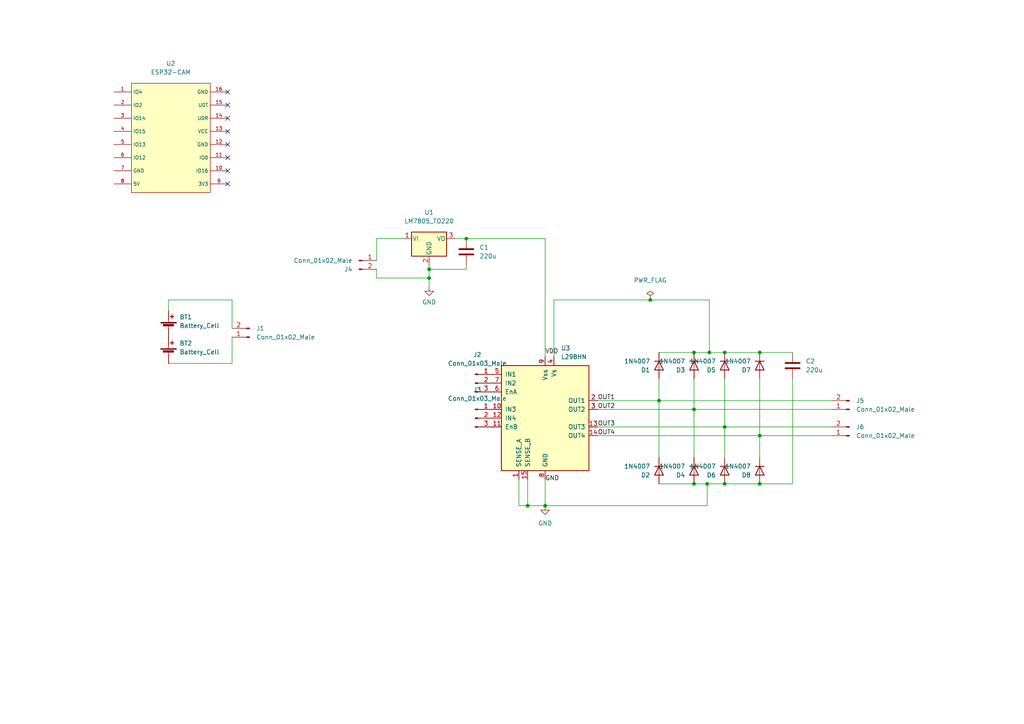
<source format=kicad_sch>
(kicad_sch (version 20211123) (generator eeschema)
  (paper "A4")
  (lib_symbols
    (symbol "Connector:Conn_01x02_Male" (pin_names (offset 1.016) hide)
      (property "Reference" "J" (at 0 2.54 0))
      (property "Value" "Conn_01x02_Male" (at 0 -5.08 0))
      (symbol "Conn_01x02_Male_1_1"
        (polyline (pts (xy 1.27 -2.54) (xy 0.8636 -2.54)) (stroke (width 0.1524)))
        (polyline (pts (xy 1.27 0) (xy 0.8636 0)) (stroke (width 0.1524)))
        (rectangle (start 0.8636 -2.413) (end 0 -2.667) (stroke (width 0.1524)) (fill (type outline)))
        (rectangle (start 0.8636 0.127) (end 0 -0.127) (stroke (width 0.1524)) (fill (type outline)))
        (pin passive line (at 5.08 0 180) (length 3.81) (name "Pin_1") (number "1"))
        (pin passive line (at 5.08 -2.54 180) (length 3.81) (name "Pin_2") (number "2"))
      )
    )
    (symbol "Connector:Conn_01x03_Male" (pin_names (offset 1.016) hide)
      (property "Reference" "J" (at 0 5.08 0))
      (property "Value" "Conn_01x03_Male" (at 0 -5.08 0))
      (symbol "Conn_01x03_Male_1_1"
        (polyline (pts (xy 1.27 -2.54) (xy 0.8636 -2.54)) (stroke (width 0.1524)))
        (polyline (pts (xy 1.27 0) (xy 0.8636 0)) (stroke (width 0.1524)))
        (polyline (pts (xy 1.27 2.54) (xy 0.8636 2.54)) (stroke (width 0.1524)))
        (rectangle (start 0.8636 -2.413) (end 0 -2.667) (stroke (width 0.1524)) (fill (type outline)))
        (rectangle (start 0.8636 0.127) (end 0 -0.127) (stroke (width 0.1524)) (fill (type outline)))
        (rectangle (start 0.8636 2.667) (end 0 2.413) (stroke (width 0.1524)) (fill (type outline)))
        (pin passive line (at 5.08 2.54 180) (length 3.81) (name "Pin_1") (number "1"))
        (pin passive line (at 5.08 0 180) (length 3.81) (name "Pin_2") (number "2"))
        (pin passive line (at 5.08 -2.54 180) (length 3.81) (name "Pin_3") (number "3"))
      )
    )
    (symbol "Device:Battery_Cell" (pin_numbers hide) (pin_names (offset 0) hide)
      (property "Reference" "BT" (at 2.54 2.54 0))
      (property "Value" "Battery_Cell" (at 2.54 0 0))
      (symbol "Battery_Cell_0_1"
        (rectangle (start -2.286 1.778) (end 2.286 1.524) (fill (type outline)))
        (rectangle (start -1.5748 1.1938) (end 1.4732 0.6858) (fill (type outline)))
        (polyline (pts (xy 0 0.762) (xy 0 0)))
        (polyline (pts (xy 0 1.778) (xy 0 2.54)))
        (polyline (pts (xy 0.508 3.429) (xy 1.524 3.429)) (stroke (width 0.254)))
        (polyline (pts (xy 1.016 3.937) (xy 1.016 2.921)) (stroke (width 0.254)))
      )
      (symbol "Battery_Cell_1_1"
        (pin passive line (at 0 5.08 270) (length 2.54) (name "+") (number "1"))
        (pin passive line (at 0 -2.54 90) (length 2.54) (name "-") (number "2"))
      )
    )
    (symbol "Device:C" (pin_numbers hide) (pin_names (offset 0.254))
      (property "Reference" "C" (at 0.635 2.54 0))
      (property "Value" "C" (at 0.635 -2.54 0))
      (symbol "C_0_1"
        (polyline (pts (xy -2.032 -0.762) (xy 2.032 -0.762)) (stroke (width 0.508)))
        (polyline (pts (xy -2.032 0.762) (xy 2.032 0.762)) (stroke (width 0.508)))
      )
      (symbol "C_1_1"
        (pin passive line (at 0 3.81 270) (length 2.794) (name "~") (number "1"))
        (pin passive line (at 0 -3.81 90) (length 2.794) (name "~") (number "2"))
      )
    )
    (symbol "Diode:1N4007" (pin_numbers hide) (pin_names (offset 1.016) hide)
      (property "Reference" "D" (at 0 2.54 0))
      (property "Value" "1N4007" (at 0 -2.54 0))
      (symbol "1N4007_0_1"
        (polyline (pts (xy -1.27 1.27) (xy -1.27 -1.27)) (stroke (width 0.254)))
        (polyline (pts (xy 1.27 0) (xy -1.27 0)))
        (polyline (pts (xy 1.27 1.27) (xy 1.27 -1.27) (xy -1.27 0) (xy 1.27 1.27)) (stroke (width 0.254)))
      )
      (symbol "1N4007_1_1"
        (pin passive line (at -3.81 0 0) (length 2.54) (name "K") (number "1"))
        (pin passive line (at 3.81 0 180) (length 2.54) (name "A") (number "2"))
      )
    )
    (symbol "Driver_Motor:L298HN" (pin_names (offset 1.016))
      (property "Reference" "U" (at -10.16 16.51 0))
      (property "Value" "L298HN" (at 12.7 16.51 0))
      (symbol "L298HN_0_1"
        (rectangle (start -12.7 15.24) (end 12.7 -15.24) (stroke (width 0.254)) (fill (type background)))
      )
      (symbol "L298HN_1_1"
        (pin power_in line (at -7.62 -17.78 90) (length 2.54) (name "SENSE_A") (number "1"))
        (pin input line (at -15.24 2.54 0) (length 2.54) (name "IN3") (number "10"))
        (pin input line (at -15.24 -2.54 0) (length 2.54) (name "EnB") (number "11"))
        (pin input line (at -15.24 0 0) (length 2.54) (name "IN4") (number "12"))
        (pin output line (at 15.24 -2.54 180) (length 2.54) (name "OUT3") (number "13"))
        (pin output line (at 15.24 -5.08 180) (length 2.54) (name "OUT4") (number "14"))
        (pin power_in line (at -5.08 -17.78 90) (length 2.54) (name "SENSE_B") (number "15"))
        (pin output line (at 15.24 5.08 180) (length 2.54) (name "OUT1") (number "2"))
        (pin output line (at 15.24 2.54 180) (length 2.54) (name "OUT2") (number "3"))
        (pin power_in line (at 2.54 17.78 270) (length 2.54) (name "Vs") (number "4"))
        (pin input line (at -15.24 12.7 0) (length 2.54) (name "IN1") (number "5"))
        (pin input line (at -15.24 7.62 0) (length 2.54) (name "EnA") (number "6"))
        (pin input line (at -15.24 10.16 0) (length 2.54) (name "IN2") (number "7"))
        (pin power_in line (at 0 -17.78 90) (length 2.54) (name "GND") (number "8"))
        (pin power_in line (at 0 17.78 270) (length 2.54) (name "Vss") (number "9"))
      )
    )
    (symbol "ESP:ESP32-CAM"
      (property "Reference" "U" (at 0 -1.27 0))
      (property "Value" "ESP32-CAM" (at 0 1.27 0))
      (symbol "ESP32-CAM_0_0"
        (pin bidirectional line (at -16.51 12.7 0) (length 5.08) (name "IO4") (number "1"))
        (pin bidirectional line (at 16.51 -10.16 180) (length 5.08) (name "IO16") (number "10"))
        (pin bidirectional line (at 16.51 -6.35 180) (length 5.08) (name "IO0") (number "11"))
        (pin power_in line (at 16.51 -2.54 180) (length 5.08) (name "GND") (number "12"))
        (pin power_out line (at 16.51 1.27 180) (length 5.08) (name "VCC") (number "13"))
        (pin bidirectional line (at 16.51 5.08 180) (length 5.08) (name "U0R") (number "14"))
        (pin bidirectional line (at 16.51 8.89 180) (length 5.08) (name "U0T") (number "15"))
        (pin power_in line (at 16.51 12.7 180) (length 5.08) (name "GND") (number "16"))
        (pin bidirectional line (at -16.51 8.89 0) (length 5.08) (name "IO2") (number "2"))
        (pin bidirectional line (at -16.51 5.08 0) (length 5.08) (name "IO14") (number "3"))
        (pin bidirectional line (at -16.51 1.27 0) (length 5.08) (name "IO15") (number "4"))
        (pin bidirectional line (at -16.51 -2.54 0) (length 5.08) (name "IO13") (number "5"))
        (pin bidirectional line (at -16.51 -6.35 0) (length 5.08) (name "IO12") (number "6"))
        (pin power_in line (at -16.51 -10.16 0) (length 5.08) (name "GND") (number "7"))
        (pin power_in line (at -16.51 -13.97 0) (length 5.08) (name "5V") (number "8"))
        (pin power_in line (at 16.51 -13.97 180) (length 5.08) (name "3V3") (number "9"))
      )
      (symbol "ESP32-CAM_0_1"
        (rectangle (start -11.43 15.24) (end 11.43 -16.51) (fill (type background)))
      )
    )
    (symbol "Regulator_Linear:LM7805_TO220" (pin_names (offset 0.254))
      (property "Reference" "U" (at -3.81 3.175 0))
      (property "Value" "LM7805_TO220" (at 0 3.175 0))
      (symbol "LM7805_TO220_0_1"
        (rectangle (start -5.08 1.905) (end 5.08 -5.08) (stroke (width 0.254)) (fill (type background)))
      )
      (symbol "LM7805_TO220_1_1"
        (pin power_in line (at -7.62 0 0) (length 2.54) (name "VI") (number "1"))
        (pin power_in line (at 0 -7.62 90) (length 2.54) (name "GND") (number "2"))
        (pin power_out line (at 7.62 0 180) (length 2.54) (name "VO") (number "3"))
      )
    )
    (symbol "power:GND" (power) (pin_names (offset 0))
      (property "Value" "GND" (at 0 -3.81 0))
      (symbol "GND_0_1"
        (polyline (pts (xy 0 0) (xy 0 -1.27) (xy 1.27 -1.27) (xy 0 -2.54) (xy -1.27 -1.27) (xy 0 -1.27)))
      )
      (symbol "GND_1_1"
        (pin power_in line (at 0 0 270) (length 0) hide (name "GND") (number "1"))
      )
    )
    (symbol "power:PWR_FLAG" (power) (pin_numbers hide) (pin_names (offset 0) hide)
      (property "Value" "PWR_FLAG" (at 0 3.81 0))
      (symbol "PWR_FLAG_0_0"
        (pin power_out line (at 0 0 90) (length 0) (name "pwr") (number "1"))
      )
      (symbol "PWR_FLAG_0_1"
        (polyline (pts (xy 0 0) (xy 0 1.27) (xy -1.016 1.905) (xy 0 2.54) (xy 1.016 1.905) (xy 0 1.27)))
      )
    )
  )
  (junction (at 220.345 126.365))
  (junction (at 210.185 140.335))
  (junction (at 220.345 102.235))
  (junction (at 201.295 140.335))
  (junction (at 158.115 146.685))
  (junction (at 153.035 146.685))
  (junction (at 205.105 140.335))
  (junction (at 220.345 140.335))
  (junction (at 124.46 80.645))
  (junction (at 188.595 86.995))
  (junction (at 210.185 102.235))
  (junction (at 205.74 102.235))
  (junction (at 191.135 116.205))
  (junction (at 201.295 118.745))
  (junction (at 201.295 102.235))
  (junction (at 210.185 123.825))
  (junction (at 124.46 78.105))
  (junction (at 135.255 69.215))
  (no_connect (at 66.04 30.48))
  (no_connect (at 66.04 26.67))
  (no_connect (at 66.04 38.1))
  (no_connect (at 66.04 34.29))
  (no_connect (at 66.04 41.91))
  (no_connect (at 66.04 45.72))
  (no_connect (at 66.04 53.34))
  (no_connect (at 66.04 49.53))
  (wire (pts (xy 67.31 97.79) (xy 67.31 105.41)))
  (wire (pts (xy 220.345 109.855) (xy 220.345 126.365)))
  (wire (pts (xy 210.185 123.825) (xy 241.3 123.825)))
  (wire (pts (xy 150.495 139.065) (xy 150.495 146.685)))
  (wire (pts (xy 201.295 102.235) (xy 205.74 102.235)))
  (wire (pts (xy 153.035 146.685) (xy 158.115 146.685)))
  (wire (pts (xy 191.135 116.205) (xy 191.135 132.715)))
  (wire (pts (xy 48.895 86.995) (xy 67.31 86.995)))
  (wire (pts (xy 67.31 86.995) (xy 67.31 95.25)))
  (wire (pts (xy 210.185 102.235) (xy 220.345 102.235)))
  (wire (pts (xy 210.185 123.825) (xy 210.185 132.715)))
  (wire (pts (xy 160.655 86.995) (xy 188.595 86.995)))
  (wire (pts (xy 132.08 69.215) (xy 135.255 69.215)))
  (wire (pts (xy 124.46 78.105) (xy 124.46 80.645)))
  (wire (pts (xy 173.355 118.745) (xy 201.295 118.745)))
  (wire (pts (xy 173.355 116.205) (xy 191.135 116.205)))
  (wire (pts (xy 135.255 76.835) (xy 135.255 78.105)))
  (wire (pts (xy 150.495 146.685) (xy 153.035 146.685)))
  (wire (pts (xy 160.655 103.505) (xy 160.655 86.995)))
  (wire (pts (xy 191.135 140.335) (xy 201.295 140.335)))
  (wire (pts (xy 205.74 102.235) (xy 210.185 102.235)))
  (wire (pts (xy 67.31 105.41) (xy 48.895 105.41)))
  (wire (pts (xy 124.46 76.835) (xy 124.46 78.105)))
  (wire (pts (xy 135.255 69.215) (xy 158.115 69.215)))
  (wire (pts (xy 188.595 86.995) (xy 205.74 86.995)))
  (wire (pts (xy 205.105 140.335) (xy 205.105 146.685)))
  (wire (pts (xy 210.185 109.855) (xy 210.185 123.825)))
  (wire (pts (xy 191.135 102.235) (xy 201.295 102.235)))
  (wire (pts (xy 109.22 80.645) (xy 124.46 80.645)))
  (wire (pts (xy 158.115 139.065) (xy 158.115 146.685)))
  (wire (pts (xy 205.105 140.335) (xy 210.185 140.335)))
  (wire (pts (xy 220.345 102.235) (xy 229.87 102.235)))
  (wire (pts (xy 201.295 118.745) (xy 201.295 132.715)))
  (wire (pts (xy 158.115 69.215) (xy 158.115 103.505)))
  (wire (pts (xy 201.295 118.745) (xy 241.3 118.745)))
  (wire (pts (xy 109.22 75.565) (xy 109.22 69.215)))
  (wire (pts (xy 153.035 139.065) (xy 153.035 146.685)))
  (wire (pts (xy 173.355 123.825) (xy 210.185 123.825)))
  (wire (pts (xy 210.185 140.335) (xy 220.345 140.335)))
  (wire (pts (xy 201.295 140.335) (xy 205.105 140.335)))
  (wire (pts (xy 173.355 126.365) (xy 220.345 126.365)))
  (wire (pts (xy 109.22 78.105) (xy 109.22 80.645)))
  (wire (pts (xy 220.345 126.365) (xy 220.345 132.715)))
  (wire (pts (xy 205.74 86.995) (xy 205.74 102.235)))
  (wire (pts (xy 205.105 146.685) (xy 158.115 146.685)))
  (wire (pts (xy 191.135 109.855) (xy 191.135 116.205)))
  (wire (pts (xy 201.295 109.855) (xy 201.295 118.745)))
  (wire (pts (xy 109.22 69.215) (xy 116.84 69.215)))
  (wire (pts (xy 124.46 78.105) (xy 135.255 78.105)))
  (wire (pts (xy 124.46 80.645) (xy 124.46 83.185)))
  (wire (pts (xy 229.87 109.855) (xy 229.87 140.335)))
  (wire (pts (xy 220.345 140.335) (xy 229.87 140.335)))
  (wire (pts (xy 48.895 86.995) (xy 48.895 90.17)))
  (wire (pts (xy 191.135 116.205) (xy 241.3 116.205)))
  (wire (pts (xy 220.345 126.365) (xy 241.3 126.365)))
  (label "VDD" (at 158.115 102.87 0))
  (label "OUT1" (at 173.355 116.205 0))
  (label "OUT4" (at 173.355 126.365 0))
  (label "OUT2" (at 173.355 118.745 0))
  (label "GND" (at 158.115 139.7 0))
  (label "OUT3" (at 173.355 123.825 0))
  (symbol (lib_id "power:PWR_FLAG") (at 188.595 86.995 0) (unit 1)
    (property "Reference" "#FLG0101" (effects hide))
    (property "Value" "PWR_FLAG" (at 188.595 81.28 0))
  )
  (symbol (lib_id "Connector:Conn_01x02_Male") (at 72.39 97.79 180) (unit 1)
    (property "Reference" "J1" (at 74.295 95.2499 0) (effects (justify right)))
    (property "Value" "Conn_01x02_Male" (at 74.295 97.7899 0) (effects (justify right)))
    (property "Footprint" "Connector_PinHeader_1.00mm:PinHeader_1x02_P1.00mm_Vertical" (effects hide))
  )
  (symbol (lib_id "power:GND") (at 124.46 83.185 0) (unit 1)
    (property "Reference" "#PWR01" (effects hide))
    (property "Value" "GND" (at 124.46 87.63 0))
  )
  (symbol (lib_id "Diode:1N4007") (at 201.295 106.045 270) (unit 1)
    (property "Reference" "D3" (at 198.755 107.3151 90) (effects (justify right)))
    (property "Value" "1N4007" (at 198.755 104.7751 90) (effects (justify right)))
    (property "Footprint" "Diode_THT:D_DO-41_SOD81_P10.16mm_Horizontal" (effects hide))
    (property "Datasheet" "http://www.vishay.com/docs/88503/1n4001.pdf" (effects hide))
  )
  (symbol (lib_id "Diode:1N4007") (at 220.345 106.045 270) (unit 1)
    (property "Reference" "D7" (at 217.805 107.3151 90) (effects (justify right)))
    (property "Value" "1N4007" (at 217.805 104.7751 90) (effects (justify right)))
    (property "Footprint" "Diode_THT:D_DO-41_SOD81_P10.16mm_Horizontal" (effects hide))
    (property "Datasheet" "http://www.vishay.com/docs/88503/1n4001.pdf" (effects hide))
  )
  (symbol (lib_id "Diode:1N4007") (at 191.135 106.045 270) (unit 1)
    (property "Reference" "D1" (at 188.595 107.3151 90) (effects (justify right)))
    (property "Value" "1N4007" (at 188.595 104.7751 90) (effects (justify right)))
    (property "Footprint" "Diode_THT:D_DO-41_SOD81_P10.16mm_Horizontal" (effects hide))
    (property "Datasheet" "http://www.vishay.com/docs/88503/1n4001.pdf" (effects hide))
  )
  (symbol (lib_id "Connector:Conn_01x03_Male") (at 137.795 111.125 0) (unit 1)
    (property "Reference" "J2" (at 138.43 102.87 0))
    (property "Value" "Conn_01x03_Male" (at 138.43 105.41 0))
    (property "Footprint" "Connector_PinHeader_1.00mm:PinHeader_1x03_P1.00mm_Vertical" (effects hide))
  )
  (symbol (lib_id "Diode:1N4007") (at 220.345 136.525 270) (unit 1)
    (property "Reference" "D8" (at 217.805 137.7951 90) (effects (justify right)))
    (property "Value" "1N4007" (at 217.805 135.2551 90) (effects (justify right)))
    (property "Footprint" "Diode_THT:D_DO-41_SOD81_P10.16mm_Horizontal" (effects hide))
    (property "Datasheet" "http://www.vishay.com/docs/88503/1n4001.pdf" (effects hide))
  )
  (symbol (lib_id "Device:C") (at 229.87 106.045 0) (unit 1)
    (property "Reference" "C2" (at 233.68 104.7749 0) (effects (justify left)))
    (property "Value" "220u" (at 233.68 107.3149 0) (effects (justify left)))
    (property "Footprint" "Capacitor_SMD:CP_Elec_3x5.3" (effects hide))
  )
  (symbol (lib_id "Driver_Motor:L298HN") (at 158.115 121.285 0) (unit 1)
    (property "Reference" "U3" (at 162.6744 100.965 0) (effects (justify left)))
    (property "Value" "L298HN" (at 162.6744 103.505 0) (effects (justify left)))
    (property "Footprint" "L298:L298N" (effects hide))
    (property "Datasheet" "http://www.st.com/st-web-ui/static/active/en/resource/technical/document/datasheet/CD00000240.pdf" (effects hide))
  )
  (symbol (lib_id "Regulator_Linear:LM7805_TO220") (at 124.46 69.215 0) (unit 1)
    (property "Reference" "U1" (at 124.46 61.595 0))
    (property "Value" "LM7805_TO220" (at 124.46 64.135 0))
    (property "Footprint" "Package_TO_SOT_THT:TO-220-3_Vertical" (effects hide))
    (property "Datasheet" "https://www.onsemi.cn/PowerSolutions/document/MC7800-D.PDF" (effects hide))
  )
  (symbol (lib_id "Connector:Conn_01x02_Male") (at 246.38 126.365 180) (unit 1)
    (property "Reference" "J6" (at 248.285 123.8249 0) (effects (justify right)))
    (property "Value" "Conn_01x02_Male" (at 248.285 126.3649 0) (effects (justify right)))
    (property "Footprint" "Connector_PinHeader_1.00mm:PinHeader_1x02_P1.00mm_Vertical" (effects hide))
  )
  (symbol (lib_id "Device:C") (at 135.255 73.025 0) (unit 1)
    (property "Reference" "C1" (at 139.065 71.7549 0) (effects (justify left)))
    (property "Value" "220u" (at 139.065 74.2949 0) (effects (justify left)))
    (property "Footprint" "Capacitor_SMD:CP_Elec_3x5.3" (effects hide))
  )
  (symbol (lib_id "Diode:1N4007") (at 191.135 136.525 270) (unit 1)
    (property "Reference" "D2" (at 188.595 137.7951 90) (effects (justify right)))
    (property "Value" "1N4007" (at 188.595 135.2551 90) (effects (justify right)))
    (property "Footprint" "Diode_THT:D_DO-41_SOD81_P10.16mm_Horizontal" (effects hide))
    (property "Datasheet" "http://www.vishay.com/docs/88503/1n4001.pdf" (effects hide))
  )
  (symbol (lib_id "Diode:1N4007") (at 210.185 136.525 270) (unit 1)
    (property "Reference" "D6" (at 207.645 137.7951 90) (effects (justify right)))
    (property "Value" "1N4007" (at 207.645 135.2551 90) (effects (justify right)))
    (property "Footprint" "Diode_THT:D_DO-41_SOD81_P10.16mm_Horizontal" (effects hide))
    (property "Datasheet" "http://www.vishay.com/docs/88503/1n4001.pdf" (effects hide))
  )
  (symbol (lib_id "Connector:Conn_01x02_Male") (at 104.14 75.565 0) (unit 1)
    (property "Reference" "J4" (at 102.235 78.1051 0) (effects (justify right)))
    (property "Value" "Conn_01x02_Male" (at 102.235 75.5651 0) (effects (justify right)))
    (property "Footprint" "Connector_PinHeader_1.00mm:PinHeader_1x02_P1.00mm_Vertical" (effects hide))
  )
  (symbol (lib_id "Connector:Conn_01x03_Male") (at 137.795 121.285 0) (unit 1)
    (property "Reference" "J3" (at 138.43 113.03 0))
    (property "Value" "Conn_01x03_Male" (at 138.43 115.57 0))
    (property "Footprint" "Connector_PinHeader_1.00mm:PinHeader_1x03_P1.00mm_Vertical" (effects hide))
  )
  (symbol (lib_id "Diode:1N4007") (at 201.295 136.525 270) (unit 1)
    (property "Reference" "D4" (at 198.755 137.7951 90) (effects (justify right)))
    (property "Value" "1N4007" (at 198.755 135.2551 90) (effects (justify right)))
    (property "Footprint" "Diode_THT:D_DO-41_SOD81_P10.16mm_Horizontal" (effects hide))
    (property "Datasheet" "http://www.vishay.com/docs/88503/1n4001.pdf" (effects hide))
  )
  (symbol (lib_id "Diode:1N4007") (at 210.185 106.045 270) (unit 1)
    (property "Reference" "D5" (at 207.645 107.3151 90) (effects (justify right)))
    (property "Value" "1N4007" (at 207.645 104.7751 90) (effects (justify right)))
    (property "Footprint" "Diode_THT:D_DO-41_SOD81_P10.16mm_Horizontal" (effects hide))
    (property "Datasheet" "http://www.vishay.com/docs/88503/1n4001.pdf" (effects hide))
  )
  (symbol (lib_id "Device:Battery_Cell") (at 48.895 102.87 0) (unit 1)
    (property "Reference" "BT2" (at 52.07 99.5679 0) (effects (justify left)))
    (property "Value" "Battery_Cell" (at 52.07 102.1079 0) (effects (justify left)))
    (property "Footprint" "Battery:BatteryHolder_MPD_BH-18650-PC2" (effects hide))
  )
  (symbol (lib_id "power:GND") (at 158.115 146.685 0) (unit 1)
    (property "Reference" "#PWR02" (effects hide))
    (property "Value" "GND" (at 158.115 151.765 0))
  )
  (symbol (lib_id "ESP:ESP32-CAM") (at 49.53 39.37 0) (unit 1)
    (property "Reference" "U2" (at 49.53 18.415 0))
    (property "Value" "ESP32-CAM" (at 49.53 20.955 0))
    (property "Footprint" "ESP:ESP32-CAM" (effects hide))
  )
  (symbol (lib_id "Connector:Conn_01x02_Male") (at 246.38 118.745 180) (unit 1)
    (property "Reference" "J5" (at 248.285 116.2049 0) (effects (justify right)))
    (property "Value" "Conn_01x02_Male" (at 248.285 118.7449 0) (effects (justify right)))
    (property "Footprint" "Connector_PinHeader_1.00mm:PinHeader_1x02_P1.00mm_Vertical" (effects hide))
  )
  (symbol (lib_id "Device:Battery_Cell") (at 48.895 95.25 0) (unit 1)
    (property "Reference" "BT1" (at 52.07 91.9479 0) (effects (justify left)))
    (property "Value" "Battery_Cell" (at 52.07 94.4879 0) (effects (justify left)))
    (property "Footprint" "Battery:BatteryHolder_MPD_BH-18650-PC2" (effects hide))
  )
)
</source>
